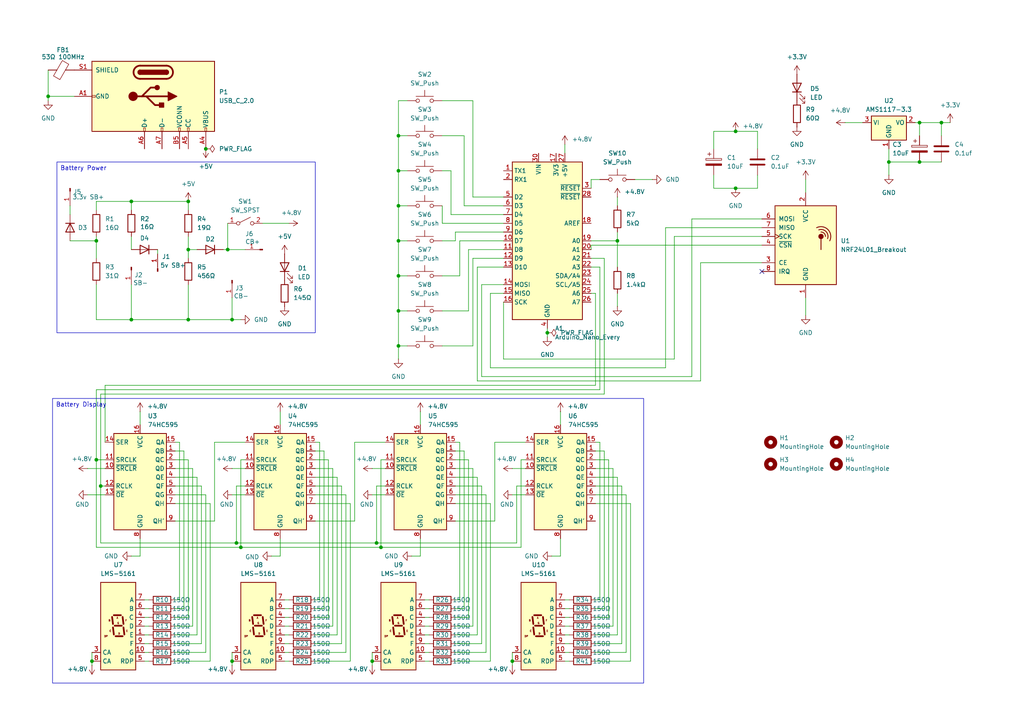
<source format=kicad_sch>
(kicad_sch (version 20231120) (generator "eeschema") (generator_version "8.0")
  (paper "A4")
  (junction (at 115.57 49.53))
  (junction (at 148.59 191.77))
  (junction (at 69.85 158.75))
  (junction (at 273.05 35.56))
  (junction (at 107.95 191.77))
  (junction (at 115.57 59.69))
  (junction (at 115.57 80.01))
  (junction (at 68.58 157.48))
  (junction (at 38.1 58.42))
  (junction (at 54.61 72.39))
  (junction (at 54.61 58.42))
  (junction (at 13.97 27.94))
  (junction (at 158.75 96.52))
  (junction (at 38.1 92.71))
  (junction (at 54.61 92.71))
  (junction (at 67.31 191.77))
  (junction (at 67.31 92.71))
  (junction (at 257.81 46.99))
  (junction (at 115.57 100.33))
  (junction (at 213.36 38.1))
  (junction (at 27.94 133.35))
  (junction (at 109.22 157.48))
  (junction (at 110.49 158.75))
  (junction (at 115.57 69.85))
  (junction (at 266.7 46.99))
  (junction (at 26.67 191.77))
  (junction (at 115.57 90.17))
  (junction (at 179.07 69.85))
  (junction (at 213.36 54.61))
  (junction (at 29.21 140.97))
  (junction (at 27.94 69.85))
  (junction (at 59.69 43.18))
  (junction (at 66.04 72.39))
  (junction (at 266.7 35.56))
  (junction (at 115.57 39.37))
  (no_connect (at 220.98 78.74))
  (wire (pts (xy 96.52 135.89) (xy 96.52 181.61)))
  (wire (pts (xy 128.27 59.69) (xy 128.27 64.77)))
  (wire (pts (xy 128.27 69.85) (xy 132.08 69.85)))
  (wire (pts (xy 137.16 57.15) (xy 146.05 57.15)))
  (wire (pts (xy 54.61 133.35) (xy 54.61 179.07)))
  (wire (pts (xy 107.95 143.51) (xy 111.76 143.51)))
  (wire (pts (xy 115.57 59.69) (xy 115.57 69.85)))
  (wire (pts (xy 124.46 186.69) (xy 123.19 186.69)))
  (wire (pts (xy 93.98 176.53) (xy 91.44 176.53)))
  (wire (pts (xy 53.34 176.53) (xy 50.8 176.53)))
  (wire (pts (xy 219.71 54.61) (xy 213.36 54.61)))
  (wire (pts (xy 26.67 191.77) (xy 26.67 193.04)))
  (wire (pts (xy 54.61 82.55) (xy 54.61 92.71)))
  (wire (pts (xy 57.15 184.15) (xy 50.8 184.15)))
  (wire (pts (xy 266.7 35.56) (xy 266.7 39.37)))
  (wire (pts (xy 139.7 186.69) (xy 132.08 186.69)))
  (wire (pts (xy 173.99 113.03) (xy 27.94 113.03)))
  (wire (pts (xy 69.85 133.35) (xy 71.12 133.35)))
  (wire (pts (xy 165.1 179.07) (xy 163.83 179.07)))
  (wire (pts (xy 165.1 189.23) (xy 163.83 189.23)))
  (wire (pts (xy 171.45 74.93) (xy 175.26 74.93)))
  (wire (pts (xy 124.46 189.23) (xy 123.19 189.23)))
  (wire (pts (xy 220.98 71.12) (xy 171.45 71.12)))
  (wire (pts (xy 52.07 173.99) (xy 50.8 173.99)))
  (wire (pts (xy 266.7 46.99) (xy 273.05 46.99)))
  (wire (pts (xy 92.71 128.27) (xy 91.44 128.27)))
  (wire (pts (xy 43.18 179.07) (xy 41.91 179.07)))
  (wire (pts (xy 102.87 128.27) (xy 111.76 128.27)))
  (wire (pts (xy 27.94 113.03) (xy 27.94 133.35)))
  (wire (pts (xy 179.07 184.15) (xy 172.72 184.15)))
  (wire (pts (xy 26.67 191.77) (xy 26.67 189.23)))
  (wire (pts (xy 149.86 140.97) (xy 152.4 140.97)))
  (wire (pts (xy 83.82 184.15) (xy 82.55 184.15)))
  (wire (pts (xy 54.61 68.58) (xy 54.61 72.39)))
  (wire (pts (xy 45.72 73.66) (xy 45.72 72.39)))
  (wire (pts (xy 40.64 119.38) (xy 40.64 123.19)))
  (wire (pts (xy 128.27 49.53) (xy 130.81 49.53)))
  (wire (pts (xy 273.05 35.56) (xy 273.05 39.37)))
  (wire (pts (xy 101.6 146.05) (xy 101.6 191.77)))
  (wire (pts (xy 138.43 138.43) (xy 138.43 184.15)))
  (wire (pts (xy 99.06 186.69) (xy 91.44 186.69)))
  (wire (pts (xy 43.18 184.15) (xy 41.91 184.15)))
  (wire (pts (xy 171.45 85.09) (xy 172.72 85.09)))
  (wire (pts (xy 162.56 161.29) (xy 162.56 156.21)))
  (wire (pts (xy 43.18 181.61) (xy 41.91 181.61)))
  (wire (pts (xy 109.22 140.97) (xy 111.76 140.97)))
  (wire (pts (xy 172.72 133.35) (xy 176.53 133.35)))
  (wire (pts (xy 118.11 29.21) (xy 115.57 29.21)))
  (wire (pts (xy 57.15 138.43) (xy 57.15 184.15)))
  (wire (pts (xy 165.1 181.61) (xy 163.83 181.61)))
  (wire (pts (xy 53.34 130.81) (xy 53.34 176.53)))
  (wire (pts (xy 62.23 151.13) (xy 62.23 128.27)))
  (wire (pts (xy 52.07 128.27) (xy 52.07 173.99)))
  (wire (pts (xy 172.72 85.09) (xy 172.72 111.76)))
  (wire (pts (xy 115.57 90.17) (xy 115.57 100.33)))
  (wire (pts (xy 233.68 86.36) (xy 233.68 91.44)))
  (wire (pts (xy 257.81 43.18) (xy 257.81 46.99)))
  (wire (pts (xy 91.44 133.35) (xy 95.25 133.35)))
  (wire (pts (xy 132.08 138.43) (xy 138.43 138.43)))
  (wire (pts (xy 124.46 191.77) (xy 123.19 191.77)))
  (wire (pts (xy 69.85 92.71) (xy 67.31 92.71)))
  (wire (pts (xy 54.61 72.39) (xy 57.15 72.39)))
  (wire (pts (xy 195.58 104.14) (xy 146.05 104.14)))
  (wire (pts (xy 55.88 181.61) (xy 50.8 181.61)))
  (wire (pts (xy 102.87 151.13) (xy 102.87 128.27)))
  (wire (pts (xy 148.59 143.51) (xy 152.4 143.51)))
  (wire (pts (xy 69.85 158.75) (xy 110.49 158.75)))
  (wire (pts (xy 92.71 128.27) (xy 92.71 173.99)))
  (wire (pts (xy 257.81 46.99) (xy 257.81 50.8)))
  (wire (pts (xy 143.51 128.27) (xy 152.4 128.27)))
  (wire (pts (xy 128.27 100.33) (xy 137.16 100.33)))
  (wire (pts (xy 50.8 133.35) (xy 54.61 133.35)))
  (wire (pts (xy 118.11 49.53) (xy 115.57 49.53)))
  (wire (pts (xy 66.04 72.39) (xy 71.12 72.39)))
  (wire (pts (xy 20.32 69.85) (xy 27.94 69.85)))
  (wire (pts (xy 78.74 161.29) (xy 81.28 161.29)))
  (wire (pts (xy 171.45 52.07) (xy 173.99 52.07)))
  (wire (pts (xy 121.92 161.29) (xy 121.92 156.21)))
  (wire (pts (xy 220.98 66.04) (xy 193.04 66.04)))
  (wire (pts (xy 137.16 181.61) (xy 132.08 181.61)))
  (wire (pts (xy 54.61 92.71) (xy 38.1 92.71)))
  (wire (pts (xy 64.77 72.39) (xy 66.04 72.39)))
  (wire (pts (xy 165.1 186.69) (xy 163.83 186.69)))
  (wire (pts (xy 83.82 191.77) (xy 82.55 191.77)))
  (wire (pts (xy 40.64 161.29) (xy 40.64 156.21)))
  (wire (pts (xy 43.18 186.69) (xy 41.91 186.69)))
  (wire (pts (xy 60.96 191.77) (xy 50.8 191.77)))
  (wire (pts (xy 172.72 111.76) (xy 30.48 111.76)))
  (wire (pts (xy 66.04 64.77) (xy 66.04 72.39)))
  (wire (pts (xy 60.96 146.05) (xy 60.96 191.77)))
  (wire (pts (xy 68.58 157.48) (xy 68.58 140.97)))
  (wire (pts (xy 99.06 140.97) (xy 99.06 186.69)))
  (wire (pts (xy 118.11 39.37) (xy 115.57 39.37)))
  (wire (pts (xy 130.81 62.23) (xy 146.05 62.23)))
  (wire (pts (xy 193.04 66.04) (xy 193.04 106.68)))
  (wire (pts (xy 110.49 133.35) (xy 111.76 133.35)))
  (wire (pts (xy 91.44 130.81) (xy 93.98 130.81)))
  (wire (pts (xy 128.27 39.37) (xy 134.62 39.37)))
  (wire (pts (xy 142.24 106.68) (xy 142.24 85.09)))
  (wire (pts (xy 171.45 54.61) (xy 171.45 52.07)))
  (wire (pts (xy 140.97 143.51) (xy 140.97 189.23)))
  (wire (pts (xy 128.27 64.77) (xy 146.05 64.77)))
  (wire (pts (xy 115.57 39.37) (xy 115.57 49.53)))
  (wire (pts (xy 81.28 161.29) (xy 81.28 156.21)))
  (wire (pts (xy 182.88 191.77) (xy 172.72 191.77)))
  (wire (pts (xy 30.48 111.76) (xy 30.48 128.27)))
  (wire (pts (xy 91.44 146.05) (xy 101.6 146.05)))
  (wire (pts (xy 177.8 181.61) (xy 172.72 181.61)))
  (wire (pts (xy 245.11 35.56) (xy 250.19 35.56)))
  (wire (pts (xy 50.8 143.51) (xy 59.69 143.51)))
  (wire (pts (xy 118.11 69.85) (xy 115.57 69.85)))
  (wire (pts (xy 207.01 38.1) (xy 213.36 38.1)))
  (wire (pts (xy 139.7 140.97) (xy 139.7 186.69)))
  (wire (pts (xy 175.26 130.81) (xy 175.26 176.53)))
  (wire (pts (xy 67.31 86.36) (xy 67.31 92.71)))
  (wire (pts (xy 27.94 69.85) (xy 27.94 74.93)))
  (wire (pts (xy 110.49 158.75) (xy 110.49 133.35)))
  (wire (pts (xy 132.08 67.31) (xy 146.05 67.31)))
  (wire (pts (xy 134.62 176.53) (xy 132.08 176.53)))
  (wire (pts (xy 160.02 161.29) (xy 162.56 161.29)))
  (wire (pts (xy 133.35 69.85) (xy 146.05 69.85)))
  (wire (pts (xy 179.07 69.85) (xy 179.07 77.47)))
  (wire (pts (xy 266.7 35.56) (xy 273.05 35.56)))
  (wire (pts (xy 124.46 173.99) (xy 123.19 173.99)))
  (wire (pts (xy 219.71 38.1) (xy 219.71 43.18)))
  (wire (pts (xy 138.43 184.15) (xy 132.08 184.15)))
  (wire (pts (xy 58.42 140.97) (xy 58.42 186.69)))
  (wire (pts (xy 179.07 57.15) (xy 179.07 59.69)))
  (wire (pts (xy 128.27 29.21) (xy 137.16 29.21)))
  (wire (pts (xy 91.44 135.89) (xy 96.52 135.89)))
  (wire (pts (xy 133.35 173.99) (xy 132.08 173.99)))
  (wire (pts (xy 165.1 184.15) (xy 163.83 184.15)))
  (wire (pts (xy 38.1 82.55) (xy 38.1 92.71)))
  (wire (pts (xy 200.66 109.22) (xy 139.7 109.22)))
  (wire (pts (xy 165.1 176.53) (xy 163.83 176.53)))
  (wire (pts (xy 132.08 69.85) (xy 132.08 67.31)))
  (wire (pts (xy 81.28 119.38) (xy 81.28 123.19)))
  (wire (pts (xy 179.07 138.43) (xy 179.07 184.15)))
  (wire (pts (xy 257.81 46.99) (xy 266.7 46.99)))
  (wire (pts (xy 109.22 140.97) (xy 109.22 157.48)))
  (wire (pts (xy 50.8 135.89) (xy 55.88 135.89)))
  (wire (pts (xy 29.21 114.3) (xy 29.21 140.97)))
  (wire (pts (xy 176.53 133.35) (xy 176.53 179.07)))
  (wire (pts (xy 38.1 58.42) (xy 54.61 58.42)))
  (wire (pts (xy 180.34 140.97) (xy 180.34 186.69)))
  (wire (pts (xy 173.99 128.27) (xy 173.99 173.99)))
  (wire (pts (xy 175.26 74.93) (xy 175.26 114.3)))
  (wire (pts (xy 207.01 50.8) (xy 207.01 54.61)))
  (wire (pts (xy 140.97 189.23) (xy 132.08 189.23)))
  (wire (pts (xy 135.89 72.39) (xy 146.05 72.39)))
  (wire (pts (xy 38.1 161.29) (xy 40.64 161.29)))
  (wire (pts (xy 135.89 179.07) (xy 132.08 179.07)))
  (wire (pts (xy 265.43 35.56) (xy 266.7 35.56)))
  (wire (pts (xy 162.56 119.38) (xy 162.56 123.19)))
  (wire (pts (xy 119.38 161.29) (xy 121.92 161.29)))
  (wire (pts (xy 135.89 90.17) (xy 135.89 72.39)))
  (wire (pts (xy 134.62 59.69) (xy 146.05 59.69)))
  (wire (pts (xy 115.57 80.01) (xy 115.57 90.17)))
  (wire (pts (xy 219.71 50.8) (xy 219.71 54.61)))
  (wire (pts (xy 115.57 29.21) (xy 115.57 39.37)))
  (wire (pts (xy 43.18 191.77) (xy 41.91 191.77)))
  (wire (pts (xy 67.31 191.77) (xy 67.31 193.04)))
  (wire (pts (xy 38.1 60.96) (xy 38.1 58.42)))
  (wire (pts (xy 143.51 151.13) (xy 143.51 128.27)))
  (wire (pts (xy 50.8 146.05) (xy 60.96 146.05)))
  (wire (pts (xy 132.08 143.51) (xy 140.97 143.51)))
  (wire (pts (xy 181.61 143.51) (xy 181.61 189.23)))
  (wire (pts (xy 200.66 63.5) (xy 200.66 109.22)))
  (wire (pts (xy 50.8 130.81) (xy 53.34 130.81)))
  (wire (pts (xy 27.94 68.58) (xy 27.94 69.85)))
  (wire (pts (xy 177.8 135.89) (xy 177.8 181.61)))
  (wire (pts (xy 193.04 106.68) (xy 142.24 106.68)))
  (wire (pts (xy 175.26 176.53) (xy 172.72 176.53)))
  (wire (pts (xy 133.35 128.27) (xy 132.08 128.27)))
  (wire (pts (xy 163.83 41.91) (xy 163.83 44.45)))
  (wire (pts (xy 124.46 181.61) (xy 123.19 181.61)))
  (wire (pts (xy 29.21 140.97) (xy 29.21 157.48)))
  (wire (pts (xy 133.35 128.27) (xy 133.35 173.99)))
  (wire (pts (xy 220.98 76.2) (xy 203.2 76.2)))
  (wire (pts (xy 132.08 133.35) (xy 135.89 133.35)))
  (wire (pts (xy 52.07 128.27) (xy 50.8 128.27)))
  (wire (pts (xy 95.25 133.35) (xy 95.25 179.07)))
  (wire (pts (xy 121.92 119.38) (xy 121.92 123.19)))
  (wire (pts (xy 27.94 133.35) (xy 27.94 158.75)))
  (wire (pts (xy 158.75 96.52) (xy 158.75 95.25)))
  (wire (pts (xy 273.05 35.56) (xy 275.59 35.56)))
  (wire (pts (xy 58.42 186.69) (xy 50.8 186.69)))
  (wire (pts (xy 13.97 29.21) (xy 13.97 27.94)))
  (wire (pts (xy 50.8 140.97) (xy 58.42 140.97)))
  (wire (pts (xy 148.59 135.89) (xy 152.4 135.89)))
  (wire (pts (xy 93.98 130.81) (xy 93.98 176.53)))
  (wire (pts (xy 13.97 27.94) (xy 21.59 27.94)))
  (wire (pts (xy 130.81 49.53) (xy 130.81 62.23)))
  (wire (pts (xy 137.16 29.21) (xy 137.16 57.15)))
  (wire (pts (xy 83.82 179.07) (xy 82.55 179.07)))
  (wire (pts (xy 165.1 191.77) (xy 163.83 191.77)))
  (wire (pts (xy 139.7 82.55) (xy 146.05 82.55)))
  (wire (pts (xy 13.97 20.32) (xy 13.97 27.94)))
  (wire (pts (xy 172.72 146.05) (xy 182.88 146.05)))
  (wire (pts (xy 172.72 130.81) (xy 175.26 130.81)))
  (wire (pts (xy 171.45 69.85) (xy 179.07 69.85)))
  (wire (pts (xy 54.61 72.39) (xy 54.61 74.93)))
  (wire (pts (xy 69.85 158.75) (xy 69.85 133.35)))
  (wire (pts (xy 207.01 43.18) (xy 207.01 38.1)))
  (wire (pts (xy 27.94 158.75) (xy 69.85 158.75)))
  (wire (pts (xy 92.71 173.99) (xy 91.44 173.99)))
  (wire (pts (xy 184.15 52.07) (xy 189.23 52.07)))
  (wire (pts (xy 27.94 82.55) (xy 27.94 92.71)))
  (wire (pts (xy 91.44 140.97) (xy 99.06 140.97)))
  (wire (pts (xy 25.4 135.89) (xy 30.48 135.89)))
  (wire (pts (xy 134.62 130.81) (xy 134.62 176.53)))
  (wire (pts (xy 97.79 184.15) (xy 91.44 184.15)))
  (wire (pts (xy 43.18 176.53) (xy 41.91 176.53)))
  (wire (pts (xy 213.36 38.1) (xy 219.71 38.1)))
  (wire (pts (xy 83.82 181.61) (xy 82.55 181.61)))
  (wire (pts (xy 173.99 173.99) (xy 172.72 173.99)))
  (wire (pts (xy 165.1 173.99) (xy 163.83 173.99)))
  (wire (pts (xy 91.44 151.13) (xy 102.87 151.13)))
  (wire (pts (xy 27.94 58.42) (xy 38.1 58.42)))
  (wire (pts (xy 128.27 90.17) (xy 135.89 90.17)))
  (wire (pts (xy 172.72 143.51) (xy 181.61 143.51)))
  (wire (pts (xy 134.62 39.37) (xy 134.62 59.69)))
  (wire (pts (xy 83.82 186.69) (xy 82.55 186.69)))
  (wire (pts (xy 59.69 143.51) (xy 59.69 189.23)))
  (wire (pts (xy 50.8 151.13) (xy 62.23 151.13)))
  (wire (pts (xy 107.95 193.04) (xy 107.95 191.77)))
  (wire (pts (xy 96.52 181.61) (xy 91.44 181.61)))
  (wire (pts (xy 171.45 77.47) (xy 173.99 77.47)))
  (wire (pts (xy 132.08 130.81) (xy 134.62 130.81)))
  (wire (pts (xy 25.4 143.51) (xy 30.48 143.51)))
  (wire (pts (xy 203.2 110.49) (xy 138.43 110.49)))
  (wire (pts (xy 173.99 128.27) (xy 172.72 128.27)))
  (wire (pts (xy 132.08 146.05) (xy 142.24 146.05)))
  (wire (pts (xy 29.21 157.48) (xy 68.58 157.48)))
  (wire (pts (xy 124.46 176.53) (xy 123.19 176.53)))
  (wire (pts (xy 62.23 128.27) (xy 71.12 128.27)))
  (wire (pts (xy 43.18 189.23) (xy 41.91 189.23)))
  (wire (pts (xy 220.98 68.58) (xy 195.58 68.58)))
  (wire (pts (xy 38.1 72.39) (xy 38.1 68.58)))
  (wire (pts (xy 220.98 63.5) (xy 200.66 63.5)))
  (wire (pts (xy 135.89 133.35) (xy 135.89 179.07)))
  (wire (pts (xy 43.18 173.99) (xy 41.91 173.99)))
  (wire (pts (xy 115.57 69.85) (xy 115.57 80.01)))
  (wire (pts (xy 59.69 189.23) (xy 50.8 189.23)))
  (wire (pts (xy 148.59 189.23) (xy 148.59 191.77)))
  (wire (pts (xy 101.6 191.77) (xy 91.44 191.77)))
  (wire (pts (xy 118.11 90.17) (xy 115.57 90.17)))
  (wire (pts (xy 118.11 59.69) (xy 115.57 59.69)))
  (wire (pts (xy 172.72 140.97) (xy 180.34 140.97)))
  (wire (pts (xy 115.57 104.14) (xy 115.57 100.33)))
  (wire (pts (xy 124.46 179.07) (xy 123.19 179.07)))
  (wire (pts (xy 27.94 58.42) (xy 27.94 60.96)))
  (wire (pts (xy 54.61 58.42) (xy 54.61 60.96)))
  (wire (pts (xy 67.31 92.71) (xy 54.61 92.71)))
  (wire (pts (xy 55.88 135.89) (xy 55.88 181.61)))
  (wire (pts (xy 158.75 97.79) (xy 158.75 96.52)))
  (wire (pts (xy 68.58 140.97) (xy 71.12 140.97)))
  (wire (pts (xy 124.46 184.15) (xy 123.19 184.15)))
  (wire (pts (xy 149.86 157.48) (xy 109.22 157.48)))
  (wire (pts (xy 195.58 68.58) (xy 195.58 104.14)))
  (wire (pts (xy 20.32 59.69) (xy 20.32 62.23)))
  (wire (pts (xy 181.61 189.23) (xy 172.72 189.23)))
  (wire (pts (xy 54.61 179.07) (xy 50.8 179.07)))
  (wire (pts (xy 137.16 100.33) (xy 137.16 74.93)))
  (wire (pts (xy 233.68 52.07) (xy 233.68 55.88)))
  (wire (pts (xy 137.16 74.93) (xy 146.05 74.93)))
  (wire (pts (xy 142.24 85.09) (xy 146.05 85.09)))
  (wire (pts (xy 67.31 135.89) (xy 71.12 135.89)))
  (wire (pts (xy 132.08 140.97) (xy 139.7 140.97)))
  (wire (pts (xy 151.13 158.75) (xy 151.13 133.35)))
  (wire (pts (xy 146.05 104.14) (xy 146.05 87.63)))
  (wire (pts (xy 95.25 179.07) (xy 91.44 179.07)))
  (wire (pts (xy 107.95 135.89) (xy 111.76 135.89)))
  (wire (pts (xy 138.43 110.49) (xy 138.43 77.47)))
  (wire (pts (xy 139.7 109.22) (xy 139.7 82.55)))
  (wire (pts (xy 67.31 191.77) (xy 67.31 189.23)))
  (wire (pts (xy 83.82 176.53) (xy 82.55 176.53)))
  (wire (pts (xy 91.44 143.51) (xy 100.33 143.51)))
  (wire (pts (xy 83.82 189.23) (xy 82.55 189.23)))
  (wire (pts (xy 83.82 173.99) (xy 82.55 173.99)))
  (wire (pts (xy 149.86 157.48) (xy 149.86 140.97)))
  (wire (pts (xy 137.16 135.89) (xy 137.16 181.61)))
  (wire (pts (xy 128.27 80.01) (xy 133.35 80.01)))
  (wire (pts (xy 100.33 189.23) (xy 91.44 189.23)))
  (wire (pts (xy 171.45 71.12) (xy 171.45 72.39)))
  (wire (pts (xy 175.26 114.3) (xy 29.21 114.3)))
  (wire (pts (xy 172.72 135.89) (xy 177.8 135.89)))
  (wire (pts (xy 133.35 80.01) (xy 133.35 69.85)))
  (wire (pts (xy 173.99 77.47) (xy 173.99 113.03)))
  (wire (pts (xy 138.43 77.47) (xy 146.05 77.47)))
  (wire (pts (xy 180.34 186.69) (xy 172.72 186.69)))
  (wire (pts (xy 182.88 146.05) (xy 182.88 191.77)))
  (wire (pts (xy 172.72 138.43) (xy 179.07 138.43)))
  (wire (pts (xy 50.8 138.43) (xy 57.15 138.43)))
  (wire (pts (xy 179.07 67.31) (xy 179.07 69.85)))
  (wire (pts (xy 38.1 92.71) (xy 27.94 92.71)))
  (wire (pts (xy 91.44 138.43) (xy 97.79 138.43)))
  (wire (pts (xy 132.08 151.13) (xy 143.51 151.13)))
  (wire (pts (xy 118.11 80.01) (xy 115.57 80.01)))
  (wire (pts (xy 132.08 135.89) (xy 137.16 135.89)))
  (wire (pts (xy 110.49 158.75) (xy 151.13 158.75)))
  (wire (pts (xy 148.59 193.04) (xy 148.59 191.77)))
  (wire (pts (xy 97.79 138.43) (xy 97.79 184.15)))
  (wire (pts (xy 207.01 54.61) (xy 213.36 54.61)))
  (wire (pts (xy 142.24 146.05) (xy 142.24 191.77)))
  (wire (pts (xy 115.57 49.53) (xy 115.57 59.69)))
  (wire (pts (xy 179.07 85.09) (xy 179.07 88.9)))
  (wire (pts (xy 115.57 100.33) (xy 118.11 100.33)))
  (wire (pts (xy 142.24 191.77) (xy 132.08 191.77)))
  (wire (pts (xy 107.95 189.23) (xy 107.95 191.77)))
  (wire (pts (xy 30.48 133.35) (xy 27.94 133.35)))
  (wire (pts (xy 100.33 143.51) (xy 100.33 189.23)))
  (wire (pts (xy 203.2 76.2) (xy 203.2 110.49)))
  (wire (pts (xy 76.2 64.77) (xy 83.82 64.77)))
  (wire (pts (xy 151.13 133.35) (xy 152.4 133.35)))
  (wire (pts (xy 67.31 143.51) (xy 71.12 143.51)))
  (wire (pts (xy 68.58 157.48) (xy 109.22 157.48)))
  (wire (pts (xy 30.48 140.97) (xy 29.21 140.97)))
  (wire (pts (xy 176.53 179.07) (xy 172.72 179.07)))
  (text_box "Battery Display" (at 15.24 115.57 0) (size 171.45 82.55) (effects (font (size 1.27 1.27)) (justify left top)))
  (text_box "Battery Power" (at 16.51 46.99 0) (size 74.93 49.53) (effects (font (size 1.27 1.27)) (justify left top)))
  (symbol (lib_id "Device:R") (at 46.99 179.07 90) (unit 1)
    (property "Reference" "R12" (at 46.99 179.07 90))
    (property "Value" "150Ω" (at 52.578 179.07 90))
    (property "Footprint" "Resistor_THT:R_Axial_DIN0207_L6.3mm_D2.5mm_P10.16mm_Horizontal" (effects (hide yes)))
    (property "Description" "Resistor" (effects (hide yes)))
  )
  (symbol (lib_id "power:+5V") (at 67.31 193.04 180) (unit 1)
    (property "Reference" "#PWR039" (effects (hide yes)))
    (property "Value" "+4.8V" (at 66.04 194.056 0) (effects (justify left)))
    (property "Description" "Power symbol creates a global label with name \"+5V\"" (effects (hide yes)))
  )
  (symbol (lib_id "Switch:SW_Push") (at 123.19 90.17 0) (unit 1)
    (property "Reference" "SW8" (at 123.19 82.55 0))
    (property "Value" "SW_Push" (at 123.19 85.09 0))
    (property "Footprint" "Button_Switch_THT:SW_PUSH_Singular_6mm" (effects (hide yes)))
    (property "Description" "Push button switch, generic, two pins" (effects (hide yes)))
  )
  (symbol (lib_id "Device:R") (at 168.91 181.61 90) (unit 1)
    (property "Reference" "R37" (at 168.91 181.61 90))
    (property "Value" "150Ω" (at 174.498 181.61 90))
    (property "Footprint" "Resistor_THT:R_Axial_DIN0207_L6.3mm_D2.5mm_P10.16mm_Horizontal" (effects (hide yes)))
    (property "Description" "Resistor" (effects (hide yes)))
  )
  (symbol (lib_id "Switch:SW_Push") (at 123.19 80.01 0) (unit 1)
    (property "Reference" "SW7" (at 123.19 72.39 0))
    (property "Value" "SW_Push" (at 123.19 74.93 0))
    (property "Footprint" "Button_Switch_THT:SW_PUSH_Singular_6mm" (effects (hide yes)))
    (property "Description" "Push button switch, generic, two pins" (effects (hide yes)))
  )
  (symbol (lib_id "power:+5V") (at 179.07 57.15 0) (unit 1)
    (property "Reference" "#PWR010" (effects (hide yes)))
    (property "Value" "+4.8V" (at 181.102 55.626 0) (effects (justify left)))
    (property "Description" "Power symbol creates a global label with name \"+5V\"" (effects (hide yes)))
  )
  (symbol (lib_id "power:GND") (at 13.97 29.21 0) (unit 1)
    (property "Reference" "#PWR05" (effects (hide yes)))
    (property "Value" "GND" (at 13.97 34.29 0))
    (property "Description" "Power symbol creates a global label with name \"GND\" , ground" (effects (hide yes)))
  )
  (symbol (lib_id "Device:R") (at 87.63 186.69 90) (unit 1)
    (property "Reference" "R23" (at 87.63 186.69 90))
    (property "Value" "150Ω" (at 93.218 186.69 90))
    (property "Footprint" "Resistor_THT:R_Axial_DIN0207_L6.3mm_D2.5mm_P10.16mm_Horizontal" (effects (hide yes)))
    (property "Description" "Resistor" (effects (hide yes)))
  )
  (symbol (lib_id "power:+5V") (at 148.59 193.04 180) (unit 1)
    (property "Reference" "#PWR041" (effects (hide yes)))
    (property "Value" "+4.8V" (at 147.32 194.056 0) (effects (justify left)))
    (property "Description" "Power symbol creates a global label with name \"+5V\"" (effects (hide yes)))
  )
  (symbol (lib_id "Device:R") (at 54.61 64.77 0) (unit 1)
    (property "Reference" "R4" (at 57.15 63.4999 0) (effects (justify left)))
    (property "Value" "19Ω" (at 57.15 66.0399 0) (effects (justify left)))
    (property "Footprint" "Resistor_THT:R_Axial_DIN0207_L6.3mm_D2.5mm_P10.16mm_Horizontal" (effects (hide yes)))
    (property "Description" "Resistor" (effects (hide yes)))
  )
  (symbol (lib_id "Device:R") (at 87.63 173.99 90) (unit 1)
    (property "Reference" "R18" (at 87.63 173.99 90))
    (property "Value" "150Ω" (at 93.218 173.99 90))
    (property "Footprint" "Resistor_THT:R_Axial_DIN0207_L6.3mm_D2.5mm_P10.16mm_Horizontal" (effects (hide yes)))
    (property "Description" "Resistor" (effects (hide yes)))
  )
  (symbol (lib_id "Display_Character:LMS-5161") (at 34.29 181.61 0) (mirror y) (unit 1)
    (property "Reference" "U7" (at 34.29 163.83 0))
    (property "Value" "LMS-5161" (at 34.29 166.37 0))
    (property "Footprint" "Display_7Segment:LMS-5161" (effects (hide yes)))
    (property "Datasheet" "https://www.electronicoscaldas.com/datasheet/5161_Series_7-Segment-LED-Displays.pdf" (effects (hide yes)))
    (property "Description" "Single digit 7 segment display, red, common anode" (effects (hide yes)))
  )
  (symbol (lib_id "power:GND") (at 213.36 54.61 0) (unit 1)
    (property "Reference" "#PWR015" (effects (hide yes)))
    (property "Value" "GND" (at 213.36 59.69 0))
    (property "Description" "Power symbol creates a global label with name \"GND\" , ground" (effects (hide yes)))
  )
  (symbol (lib_id "Device:R") (at 128.27 184.15 90) (unit 1)
    (property "Reference" "R30" (at 128.27 184.15 90))
    (property "Value" "150Ω" (at 133.858 184.15 90))
    (property "Footprint" "Resistor_THT:R_Axial_DIN0207_L6.3mm_D2.5mm_P10.16mm_Horizontal" (effects (hide yes)))
    (property "Description" "Resistor" (effects (hide yes)))
  )
  (symbol (lib_id "Switch:SW_Push") (at 123.19 49.53 0) (unit 1)
    (property "Reference" "SW4" (at 123.19 41.91 0))
    (property "Value" "SW_Push" (at 123.19 44.45 0))
    (property "Footprint" "Button_Switch_THT:SW_PUSH_Singular_6mm" (effects (hide yes)))
    (property "Description" "Push button switch, generic, two pins" (effects (hide yes)))
  )
  (symbol (lib_id "Device:R") (at 128.27 181.61 90) (unit 1)
    (property "Reference" "R29" (at 128.27 181.61 90))
    (property "Value" "150Ω" (at 133.858 181.61 90))
    (property "Footprint" "Resistor_THT:R_Axial_DIN0207_L6.3mm_D2.5mm_P10.16mm_Horizontal" (effects (hide yes)))
    (property "Description" "Resistor" (effects (hide yes)))
  )
  (symbol (lib_id "Device:R") (at 38.1 64.77 0) (unit 1)
    (property "Reference" "R2" (at 40.64 63.4999 0) (effects (justify left)))
    (property "Value" "16Ω" (at 40.64 65.786 0) (effects (justify left)))
    (property "Footprint" "Resistor_THT:R_Axial_DIN0207_L6.3mm_D2.5mm_P10.16mm_Horizontal" (effects (hide yes)))
    (property "Description" "Resistor" (effects (hide yes)))
  )
  (symbol (lib_id "Device:R") (at 168.91 176.53 90) (unit 1)
    (property "Reference" "R35" (at 168.91 176.53 90))
    (property "Value" "150Ω" (at 174.498 176.53 90))
    (property "Footprint" "Resistor_THT:R_Axial_DIN0207_L6.3mm_D2.5mm_P10.16mm_Horizontal" (effects (hide yes)))
    (property "Description" "Resistor" (effects (hide yes)))
  )
  (symbol (lib_id "Device:C_Polarized") (at 266.7 43.18 0) (unit 1)
    (property "Reference" "C3" (at 258.826 41.91 0) (effects (justify left)))
    (property "Value" "10uF" (at 258.826 44.45 0) (effects (justify left)))
    (property "Footprint" "Capacitor_THT:CP_Radial_D5.0mm_P2.00mm" (effects (hide yes)))
    (property "Description" "Polarized capacitor" (effects (hide yes)))
  )
  (symbol (lib_id "Device:R") (at 168.91 186.69 90) (unit 1)
    (property "Reference" "R39" (at 168.91 186.69 90))
    (property "Value" "150Ω" (at 174.498 186.69 90))
    (property "Footprint" "Resistor_THT:R_Axial_DIN0207_L6.3mm_D2.5mm_P10.16mm_Horizontal" (effects (hide yes)))
    (property "Description" "Resistor" (effects (hide yes)))
  )
  (symbol (lib_id "power:GND") (at 69.85 92.71 90) (unit 1)
    (property "Reference" "#PWR02" (effects (hide yes)))
    (property "Value" "GND" (at 73.66 92.7099 90) (effects (justify right)))
    (property "Description" "Power symbol creates a global label with name \"GND\" , ground" (effects (hide yes)))
  )
  (symbol (lib_id "74xx:74HC595") (at 81.28 138.43 0) (unit 1)
    (property "Reference" "U4" (at 83.4741 120.65 0) (effects (justify left)))
    (property "Value" "74HC595" (at 83.4741 123.19 0) (effects (justify left)))
    (property "Footprint" "Package_DIP:DIP-16_W7.62mm_Socket" (effects (hide yes)))
    (property "Datasheet" "http://www.ti.com/lit/ds/symlink/sn74hc595.pdf" (effects (hide yes)))
    (property "Description" "8-bit serial in/out Shift Register 3-State Outputs" (effects (hide yes)))
  )
  (symbol (lib_id "Mechanical:MountingHole") (at 223.52 134.62 0) (unit 1) (exclude_from_sim yes) (in_bom no)
    (property "Reference" "H3" (at 226.06 133.3499 0) (effects (justify left)))
    (property "Value" "MountingHole" (at 226.06 135.8899 0) (effects (justify left)))
    (property "Footprint" "MountingHole:MountingHole_4.3mm_M4" (effects (hide yes)))
    (property "Description" "Mounting Hole without connection" (effects (hide yes)))
  )
  (symbol (lib_id "Mechanical:MountingHole") (at 242.57 134.62 0) (unit 1) (exclude_from_sim yes) (in_bom no)
    (property "Reference" "H4" (at 245.11 133.3499 0) (effects (justify left)))
    (property "Value" "MountingHole" (at 245.11 135.8899 0) (effects (justify left)))
    (property "Footprint" "MountingHole:MountingHole_4.3mm_M4" (effects (hide yes)))
    (property "Description" "Mounting Hole without connection" (effects (hide yes)))
  )
  (symbol (lib_id "Device:R") (at 128.27 186.69 90) (unit 1)
    (property "Reference" "R31" (at 128.27 186.69 90))
    (property "Value" "150Ω" (at 133.858 186.69 90))
    (property "Footprint" "Resistor_THT:R_Axial_DIN0207_L6.3mm_D2.5mm_P10.16mm_Horizontal" (effects (hide yes)))
    (property "Description" "Resistor" (effects (hide yes)))
  )
  (symbol (lib_id "power:+5V") (at 162.56 119.38 0) (unit 1)
    (property "Reference" "#PWR036" (effects (hide yes)))
    (property "Value" "+4.8V" (at 164.592 117.856 0) (effects (justify left)))
    (property "Description" "Power symbol creates a global label with name \"+5V\"" (effects (hide yes)))
  )
  (symbol (lib_id "Device:R") (at 128.27 176.53 90) (unit 1)
    (property "Reference" "R27" (at 128.27 176.53 90))
    (property "Value" "150Ω" (at 133.858 176.53 90))
    (property "Footprint" "Resistor_THT:R_Axial_DIN0207_L6.3mm_D2.5mm_P10.16mm_Horizontal" (effects (hide yes)))
    (property "Description" "Resistor" (effects (hide yes)))
  )
  (symbol (lib_id "Display_Character:LMS-5161") (at 156.21 181.61 0) (mirror y) (unit 1)
    (property "Reference" "U10" (at 156.21 163.83 0))
    (property "Value" "LMS-5161" (at 156.21 166.37 0))
    (property "Footprint" "Display_7Segment:LMS-5161" (effects (hide yes)))
    (property "Datasheet" "https://www.electronicoscaldas.com/datasheet/5161_Series_7-Segment-LED-Displays.pdf" (effects (hide yes)))
    (property "Description" "Single digit 7 segment display, red, common anode" (effects (hide yes)))
  )
  (symbol (lib_id "power:GND") (at 25.4 143.51 270) (unit 1)
    (property "Reference" "#PWR026" (effects (hide yes)))
    (property "Value" "GND" (at 25.908 146.304 90) (effects (justify right)))
    (property "Description" "Power symbol creates a global label with name \"GND\" , ground" (effects (hide yes)))
  )
  (symbol (lib_id "Device:R") (at 168.91 189.23 90) (unit 1)
    (property "Reference" "R40" (at 168.91 189.23 90))
    (property "Value" "150Ω" (at 174.498 189.23 90))
    (property "Footprint" "Resistor_THT:R_Axial_DIN0207_L6.3mm_D2.5mm_P10.16mm_Horizontal" (effects (hide yes)))
    (property "Description" "Resistor" (effects (hide yes)))
  )
  (symbol (lib_id "Device:R") (at 128.27 173.99 90) (unit 1)
    (property "Reference" "R26" (at 128.27 173.99 90))
    (property "Value" "150Ω" (at 133.858 173.99 90))
    (property "Footprint" "Resistor_THT:R_Axial_DIN0207_L6.3mm_D2.5mm_P10.16mm_Horizontal" (effects (hide yes)))
    (property "Description" "Resistor" (effects (hide yes)))
  )
  (symbol (lib_id "Display_Character:LMS-5161") (at 115.57 181.61 0) (mirror y) (unit 1)
    (property "Reference" "U9" (at 115.57 163.83 0))
    (property "Value" "LMS-5161" (at 115.57 166.37 0))
    (property "Footprint" "Display_7Segment:LMS-5161" (effects (hide yes)))
    (property "Datasheet" "https://www.electronicoscaldas.com/datasheet/5161_Series_7-Segment-LED-Displays.pdf" (effects (hide yes)))
    (property "Description" "Single digit 7 segment display, red, common anode" (effects (hide yes)))
  )
  (symbol (lib_id "Device:LED") (at 82.55 77.47 90) (unit 1)
    (property "Reference" "D1" (at 86.36 77.7874 90) (effects (justify right)))
    (property "Value" "LED" (at 86.36 80.3274 90) (effects (justify right)))
    (property "Footprint" "Diode_THT:D_A-405_P2.54mm_Vertical_AnodeUp" (effects (hide yes)))
    (property "Description" "Light emitting diode" (effects (hide yes)))
  )
  (symbol (lib_id "Device:C") (at 273.05 43.18 0) (unit 1)
    (property "Reference" "C4" (at 276.86 41.9099 0) (effects (justify left)))
    (property "Value" "0.1uf" (at 276.86 44.4499 0) (effects (justify left)))
    (property "Footprint" "Capacitor_THT:C_Rect_L7.2mm_W2.5mm_P5.00mm_FKS2_FKP2_MKS2_MKP2" (effects (hide yes)))
    (property "Description" "Unpolarized capacitor" (effects (hide yes)))
  )
  (symbol (lib_id "power:+5V") (at 59.69 43.18 180) (unit 1)
    (property "Reference" "#PWR03" (effects (hide yes)))
    (property "Value" "+5V" (at 59.69 48.26 0))
    (property "Description" "Power symbol creates a global label with name \"+5V\"" (effects (hide yes)))
  )
  (symbol (lib_id "power:+5V") (at 83.82 64.77 270) (unit 1)
    (property "Reference" "#PWR01" (effects (hide yes)))
    (property "Value" "+4.8V" (at 81.534 61.722 90) (effects (justify left)))
    (property "Description" "Power symbol creates a global label with name \"+5V\"" (effects (hide yes)))
  )
  (symbol (lib_id "Device:R") (at 46.99 173.99 90) (unit 1)
    (property "Reference" "R10" (at 46.99 173.99 90))
    (property "Value" "150Ω" (at 52.578 173.99 90))
    (property "Footprint" "Resistor_THT:R_Axial_DIN0207_L6.3mm_D2.5mm_P10.16mm_Horizontal" (effects (hide yes)))
    (property "Description" "Resistor" (effects (hide yes)))
  )
  (symbol (lib_id "power:GND") (at 115.57 104.14 0) (unit 1)
    (property "Reference" "#PWR021" (effects (hide yes)))
    (property "Value" "GND" (at 115.57 109.22 0))
    (property "Description" "Power symbol creates a global label with name \"GND\" , ground" (effects (hide yes)))
  )
  (symbol (lib_id "Switch:SW_Push") (at 123.19 39.37 0) (unit 1)
    (property "Reference" "SW3" (at 123.19 31.75 0))
    (property "Value" "SW_Push" (at 123.19 34.29 0))
    (property "Footprint" "Button_Switch_THT:SW_PUSH_Singular_6mm" (effects (hide yes)))
    (property "Description" "Push button switch, generic, two pins" (effects (hide yes)))
  )
  (symbol (lib_id "power:+5V") (at 107.95 193.04 180) (unit 1)
    (property "Reference" "#PWR040" (effects (hide yes)))
    (property "Value" "+4.8V" (at 106.68 194.056 0) (effects (justify left)))
    (property "Description" "Power symbol creates a global label with name \"+5V\"" (effects (hide yes)))
  )
  (symbol (lib_id "power:+5V") (at 67.31 135.89 90) (unit 1)
    (property "Reference" "#PWR029" (effects (hide yes)))
    (property "Value" "+4.8V" (at 68.58 133.096 90) (effects (justify left)))
    (property "Description" "Power symbol creates a global label with name \"+5V\"" (effects (hide yes)))
  )
  (symbol (lib_id "power:+5V") (at 82.55 73.66 0) (unit 1)
    (property "Reference" "#PWR06" (effects (hide yes)))
    (property "Value" "+5V" (at 82.55 68.58 0))
    (property "Description" "Power symbol creates a global label with name \"+5V\"" (effects (hide yes)))
  )
  (symbol (lib_id "Connector:USB_C_Plug_USB2.0") (at 44.45 27.94 270) (unit 1)
    (property "Reference" "P1" (at 63.5 26.6699 90) (effects (justify left)))
    (property "Value" "USB_C_2.0" (at 63.5 29.2099 90) (effects (justify left)))
    (property "Footprint" "Connector_USB:USB_C_Receptacle_GCT_USB4125-xx-x_6P_TopMnt_Horizontal" (effects (hide yes)))
    (property "Datasheet" "https://www.usb.org/sites/default/files/documents/usb_type-c.zip" (effects (hide yes)))
    (property "Description" "USB 2.0-only Type-C Plug connector" (effects (hide yes)))
  )
  (symbol (lib_id "Device:R") (at 168.91 184.15 90) (unit 1)
    (property "Reference" "R38" (at 168.91 184.15 90))
    (property "Value" "150Ω" (at 174.498 184.15 90))
    (property "Footprint" "Resistor_THT:R_Axial_DIN0207_L6.3mm_D2.5mm_P10.16mm_Horizontal" (effects (hide yes)))
    (property "Description" "Resistor" (effects (hide yes)))
  )
  (symbol (lib_id "Device:R") (at 168.91 191.77 90) (unit 1)
    (property "Reference" "R41" (at 168.91 191.77 90))
    (property "Value" "150Ω" (at 174.498 191.77 90))
    (property "Footprint" "Resistor_THT:R_Axial_DIN0207_L6.3mm_D2.5mm_P10.16mm_Horizontal" (effects (hide yes)))
    (property "Description" "Resistor" (effects (hide yes)))
  )
  (symbol (lib_id "Switch:SW_Push") (at 123.19 100.33 0) (unit 1)
    (property "Reference" "SW9" (at 123.19 92.71 0))
    (property "Value" "SW_Push" (at 123.19 95.25 0))
    (property "Footprint" "Button_Switch_THT:SW_PUSH_Singular_6mm" (effects (hide yes)))
    (property "Description" "Push button switch, generic, two pins" (effects (hide yes)))
  )
  (symbol (lib_id "Device:C_Polarized") (at 207.01 46.99 0) (unit 1)
    (property "Reference" "C1" (at 210.82 45.72 0) (effects (justify left)))
    (property "Value" "10uF" (at 210.82 48.26 0) (effects (justify left)))
    (property "Footprint" "Capacitor_THT:CP_Radial_D5.0mm_P2.00mm" (effects (hide yes)))
    (property "Description" "Polarized capacitor" (effects (hide yes)))
  )
  (symbol (lib_id "Device:R") (at 46.99 181.61 90) (unit 1)
    (property "Reference" "R13" (at 46.99 181.61 90))
    (property "Value" "150Ω" (at 52.578 181.61 90))
    (property "Footprint" "Resistor_THT:R_Axial_DIN0207_L6.3mm_D2.5mm_P10.16mm_Horizontal" (effects (hide yes)))
    (property "Description" "Resistor" (effects (hide yes)))
  )
  (symbol (lib_id "Device:R") (at 27.94 78.74 0) (unit 1)
    (property "Reference" "R3" (at 30.48 77.4699 0) (effects (justify left)))
    (property "Value" "31Ω" (at 30.48 80.0099 0) (effects (justify left)))
    (property "Footprint" "Resistor_THT:R_Axial_DIN0207_L6.3mm_D2.5mm_P10.16mm_Horizontal" (effects (hide yes)))
    (property "Description" "Resistor" (effects (hide yes)))
  )
  (symbol (lib_id "power:+5V") (at 121.92 119.38 0) (unit 1)
    (property "Reference" "#PWR032" (effects (hide yes)))
    (property "Value" "+4.8V" (at 123.952 117.856 0) (effects (justify left)))
    (property "Description" "Power symbol creates a global label with name \"+5V\"" (effects (hide yes)))
  )
  (symbol (lib_id "power:GND") (at 107.95 143.51 270) (unit 1)
    (property "Reference" "#PWR031" (effects (hide yes)))
    (property "Value" "GND" (at 108.458 146.304 90) (effects (justify right)))
    (property "Description" "Power symbol creates a global label with name \"GND\" , ground" (effects (hide yes)))
  )
  (symbol (lib_id "power:GND") (at 82.55 88.9 0) (unit 1)
    (property "Reference" "#PWR07" (effects (hide yes)))
    (property "Value" "GND" (at 82.55 93.98 0))
    (property "Description" "Power symbol creates a global label with name \"GND\" , ground" (effects (hide yes)))
  )
  (symbol (lib_id "Switch:SW_SPST") (at 71.12 64.77 0) (unit 1)
    (property "Reference" "SW1" (at 71.12 58.42 0))
    (property "Value" "SW_SPST" (at 71.12 60.96 0))
    (property "Footprint" "Button_Switch_THT:SW_DIP_SPSTx01_Slide_9.78x4.72mm_W7.62mm_P2.54mm" (effects (hide yes)))
    (property "Description" "Single Pole Single Throw (SPST) switch" (effects (hide yes)))
  )
  (symbol (lib_id "power:+5V") (at 148.59 135.89 90) (unit 1)
    (property "Reference" "#PWR034" (effects (hide yes)))
    (property "Value" "+4.8V" (at 149.86 133.096 90) (effects (justify left)))
    (property "Description" "Power symbol creates a global label with name \"+5V\"" (effects (hide yes)))
  )
  (symbol (lib_id "Connector:Conn_01x01_Pin") (at 20.32 54.61 270) (unit 1)
    (property "Reference" "J5" (at 23.622 55.626 90) (effects (justify right)))
    (property "Value" "3.3v SB+" (at 30.226 57.15 90) (effects (justify right)))
    (property "Footprint" "Connector_Wire:SolderWire-0.5sqmm_1x01_D0.9mm_OD2.1mm" (effects (hide yes)))
    (property "Description" "Generic connector, single row, 01x01, script generated" (effects (hide yes)))
  )
  (symbol (lib_id "Connector:Conn_01x01_Pin") (at 38.1 77.47 270) (unit 1)
    (property "Reference" "J2" (at 41.402 79.756 90) (effects (justify right)))
    (property "Value" "SB-" (at 42.926 82.042 90) (effects (justify right)))
    (property "Footprint" "Connector_Wire:SolderWire-0.5sqmm_1x01_D0.9mm_OD2.1mm" (effects (hide yes)))
    (property "Description" "Generic connector, single row, 01x01, script generated" (effects (hide yes)))
  )
  (symbol (lib_id "power:GND") (at 179.07 88.9 0) (unit 1)
    (property "Reference" "#PWR011" (effects (hide yes)))
    (property "Value" "GND" (at 179.07 93.98 0))
    (property "Description" "Power symbol creates a global label with name \"GND\" , ground" (effects (hide yes)))
  )
  (symbol (lib_id "power:GND") (at 67.31 143.51 270) (unit 1)
    (property "Reference" "#PWR027" (effects (hide yes)))
    (property "Value" "GND" (at 67.818 146.304 90) (effects (justify right)))
    (property "Description" "Power symbol creates a global label with name \"GND\" , ground" (effects (hide yes)))
  )
  (symbol (lib_id "power:GND") (at 78.74 161.29 270) (unit 1)
    (property "Reference" "#PWR023" (effects (hide yes)))
    (property "Value" "GND" (at 73.152 161.544 90))
    (property "Description" "Power symbol creates a global label with name \"GND\" , ground" (effects (hide yes)))
  )
  (symbol (lib_id "Device:R") (at 179.07 81.28 0) (unit 1)
    (property "Reference" "R8" (at 181.61 80.0099 0) (effects (justify left)))
    (property "Value" "1.4kΩ" (at 181.61 82.5499 0) (effects (justify left)))
    (property "Footprint" "Resistor_THT:R_Axial_DIN0207_L6.3mm_D2.5mm_P10.16mm_Horizontal" (effects (hide yes)))
    (property "Description" "Resistor" (effects (hide yes)))
  )
  (symbol (lib_id "74xx:74HC595") (at 40.64 138.43 0) (unit 1)
    (property "Reference" "U3" (at 42.8341 120.65 0) (effects (justify left)))
    (property "Value" "74HC595" (at 42.8341 123.19 0) (effects (justify left)))
    (property "Footprint" "Package_DIP:DIP-16_W7.62mm_Socket" (effects (hide yes)))
    (property "Datasheet" "http://www.ti.com/lit/ds/symlink/sn74hc595.pdf" (effects (hide yes)))
    (property "Description" "8-bit serial in/out Shift Register 3-State Outputs" (effects (hide yes)))
  )
  (symbol (lib_id "Device:R") (at 179.07 63.5 0) (unit 1)
    (property "Reference" "R7" (at 181.61 62.2299 0) (effects (justify left)))
    (property "Value" "5kΩ" (at 181.61 64.7699 0) (effects (justify left)))
    (property "Footprint" "Resistor_THT:R_Axial_DIN0207_L6.3mm_D2.5mm_P10.16mm_Horizontal" (effects (hide yes)))
    (property "Description" "Resistor" (effects (hide yes)))
  )
  (symbol (lib_id "power:+5V") (at 163.83 41.91 0) (unit 1)
    (property "Reference" "#PWR08" (effects (hide yes)))
    (property "Value" "+4.8V" (at 165.862 40.386 0) (effects (justify left)))
    (property "Description" "Power symbol creates a global label with name \"+5V\"" (effects (hide yes)))
  )
  (symbol (lib_id "Device:R") (at 46.99 191.77 90) (unit 1)
    (property "Reference" "R17" (at 46.99 191.77 90))
    (property "Value" "150Ω" (at 52.578 191.77 90))
    (property "Footprint" "Resistor_THT:R_Axial_DIN0207_L6.3mm_D2.5mm_P10.16mm_Horizontal" (effects (hide yes)))
    (property "Description" "Resistor" (effects (hide yes)))
  )
  (symbol (lib_id "Mechanical:MountingHole") (at 223.52 128.27 0) (unit 1) (exclude_from_sim yes) (in_bom no)
    (property "Reference" "H1" (at 226.06 126.9999 0) (effects (justify left)))
    (property "Value" "MountingHole" (at 226.06 129.5399 0) (effects (justify left)))
    (property "Footprint" "MountingHole:MountingHole_4.3mm_M4" (effects (hide yes)))
    (property "Description" "Mounting Hole without connection" (effects (hide yes)))
  )
  (symbol (lib_id "Display_Character:LMS-5161") (at 74.93 181.61 0) (mirror y) (unit 1)
    (property "Reference" "U8" (at 74.93 163.83 0))
    (property "Value" "LMS-5161" (at 74.93 166.37 0))
    (property "Footprint" "Display_7Segment:LMS-5161" (effects (hide yes)))
    (property "Datasheet" "https://www.electronicoscaldas.com/datasheet/5161_Series_7-Segment-LED-Displays.pdf" (effects (hide yes)))
    (property "Description" "Single digit 7 segment display, red, common anode" (effects (hide yes)))
  )
  (symbol (lib_id "Connector:Conn_01x01_Pin") (at 45.72 78.74 90) (unit 1)
    (property "Reference" "J1" (at 46.99 74.422 90) (effects (justify right)))
    (property "Value" "5v SB+" (at 46.482 76.962 90) (effects (justify right)))
    (property "Footprint" "Connector_Wire:SolderWire-0.5sqmm_1x01_D0.9mm_OD2.1mm" (effects (hide yes)))
    (property "Description" "Generic connector, single row, 01x01, script generated" (effects (hide yes)))
  )
  (symbol (lib_id "power:+5V") (at 213.36 38.1 0) (unit 1)
    (property "Reference" "#PWR014" (effects (hide yes)))
    (property "Value" "+4.8V" (at 215.392 36.576 0) (effects (justify left)))
    (property "Description" "Power symbol creates a global label with name \"+5V\"" (effects (hide yes)))
  )
  (symbol (lib_id "Switch:SW_Push") (at 123.19 29.21 0) (unit 1)
    (property "Reference" "SW2" (at 123.19 21.59 0))
    (property "Value" "SW_Push" (at 123.19 24.13 0))
    (property "Footprint" "Button_Switch_THT:SW_PUSH_Singular_6mm" (effects (hide yes)))
    (property "Description" "Push button switch, generic, two pins" (effects (hide yes)))
  )
  (symbol (lib_id "74xx:74HC595") (at 162.56 138.43 0) (unit 1)
    (property "Reference" "U6" (at 164.7541 120.65 0) (effects (justify left)))
    (property "Value" "74HC595" (at 164.7541 123.19 0) (effects (justify left)))
    (property "Footprint" "Package_DIP:DIP-16_W7.62mm_Socket" (effects (hide yes)))
    (property "Datasheet" "http://www.ti.com/lit/ds/symlink/sn74hc595.pdf" (effects (hide yes)))
    (property "Description" "8-bit serial in/out Shift Register 3-State Outputs" (effects (hide yes)))
  )
  (symbol (lib_id "power:+5V") (at 26.67 193.04 180) (unit 1)
    (property "Reference" "#PWR038" (effects (hide yes)))
    (property "Value" "+4.8V" (at 25.4 194.056 0) (effects (justify left)))
    (property "Description" "Power symbol creates a global label with name \"+5V\"" (effects (hide yes)))
  )
  (symbol (lib_id "power:GND") (at 119.38 161.29 270) (unit 1)
    (property "Reference" "#PWR033" (effects (hide yes)))
    (property "Value" "GND" (at 115.57 161.2899 90) (effects (justify right)))
    (property "Description" "Power symbol creates a global label with name \"GND\" , ground" (effects (hide yes)))
  )
  (symbol (lib_id "power:GND") (at 148.59 143.51 270) (unit 1)
    (property "Reference" "#PWR035" (effects (hide yes)))
    (property "Value" "GND" (at 149.098 146.304 90) (effects (justify right)))
    (property "Description" "Power symbol creates a global label with name \"GND\" , ground" (effects (hide yes)))
  )
  (symbol (lib_id "power:+5V") (at 81.28 119.38 0) (unit 1)
    (property "Reference" "#PWR022" (effects (hide yes)))
    (property "Value" "+4.8V" (at 83.312 117.856 0) (effects (justify left)))
    (property "Description" "Power symbol creates a global label with name \"+5V\"" (effects (hide yes)))
  )
  (symbol (lib_id "power:+5V") (at 40.64 119.38 0) (unit 1)
    (property "Reference" "#PWR024" (effects (hide yes)))
    (property "Value" "+4.8V" (at 42.672 117.856 0) (effects (justify left)))
    (property "Description" "Power symbol creates a global label with name \"+5V\"" (effects (hide yes)))
  )
  (symbol (lib_id "Device:R") (at 231.14 33.02 0) (unit 1)
    (property "Reference" "R9" (at 233.68 31.7499 0) (effects (justify left)))
    (property "Value" "60Ω" (at 233.68 34.2899 0) (effects (justify left)))
    (property "Footprint" "Resistor_THT:R_Axial_DIN0207_L6.3mm_D2.5mm_P10.16mm_Horizontal" (effects (hide yes)))
    (property "Description" "Resistor" (effects (hide yes)))
  )
  (symbol (lib_id "power:+3.3V") (at 233.68 52.07 0) (unit 1)
    (property "Reference" "#PWR012" (effects (hide yes)))
    (property "Value" "+3.3V" (at 233.68 46.99 0))
    (property "Description" "Power symbol creates a global label with name \"+3.3V\"" (effects (hide yes)))
  )
  (symbol (lib_id "Device:FerriteBead") (at 17.78 20.32 90) (unit 1)
    (property "Reference" "FB1" (at 18.288 14.478 90))
    (property "Value" "53Ω 100MHz" (at 18.288 16.51 90))
    (property "Footprint" "Capacitor_THT:C_Rect_L7.2mm_W2.5mm_P5.00mm_FKS2_FKP2_MKS2_MKP2" (effects (hide yes)))
    (property "Description" "Ferrite bead" (effects (hide yes)))
  )
  (symbol (lib_id "Device:D") (at 41.91 72.39 180) (unit 1)
    (property "Reference" "D4" (at 41.91 69.088 0))
    (property "Value" "D" (effects (hide yes)))
    (property "Footprint" "Diode_THT:D_A-405_P12.70mm_Horizontal" (effects (hide yes)))
    (property "Description" "Diode" (effects (hide yes)))
    (property "Sim.Device" "D" (effects (hide yes)))
    (property "Sim.Pins" "1=K 2=A" (effects (hide yes)))
  )
  (symbol (lib_id "power:+3.3V") (at 231.14 21.59 0) (unit 1)
    (property "Reference" "#PWR019" (effects (hide yes)))
    (property "Value" "+3.3V" (at 231.14 16.51 0))
    (property "Description" "Power symbol creates a global label with name \"+3.3V\"" (effects (hide yes)))
  )
  (symbol (lib_id "Switch:SW_Push") (at 123.19 69.85 0) (unit 1)
    (property "Reference" "SW6" (at 123.19 62.23 0))
    (property "Value" "SW_Push" (at 123.19 64.77 0))
    (property "Footprint" "Button_Switch_THT:SW_PUSH_Singular_6mm" (effects (hide yes)))
    (property "Description" "Push button switch, generic, two pins" (effects (hide yes)))
  )
  (symbol (lib_id "power:GND") (at 233.68 91.44 0) (unit 1)
    (property "Reference" "#PWR013" (effects (hide yes)))
    (property "Value" "GND" (at 233.68 96.52 0))
    (property "Description" "Power symbol creates a global label with name \"GND\" , ground" (effects (hide yes)))
  )
  (symbol (lib_id "Device:R") (at 54.61 78.74 0) (unit 1)
    (property "Reference" "R5" (at 57.15 77.4699 0) (effects (justify left)))
    (property "Value" "456Ω" (at 57.15 80.0099 0) (effects (justify left)))
    (property "Footprint" "Resistor_THT:R_Axial_DIN0207_L6.3mm_D2.5mm_P10.16mm_Horizontal" (effects (hide yes)))
    (property "Description" "Resistor" (effects (hide yes)))
  )
  (symbol (lib_id "Mechanical:MountingHole") (at 242.57 128.27 0) (unit 1) (exclude_from_sim yes) (in_bom no)
    (property "Reference" "H2" (at 245.11 126.9999 0) (effects (justify left)))
    (property "Value" "MountingHole" (at 245.11 129.5399 0) (effects (justify left)))
    (property "Footprint" "MountingHole:MountingHole_4.3mm_M4" (effects (hide yes)))
    (property "Description" "Mounting Hole without connection" (effects (hide yes)))
  )
  (symbol (lib_id "Device:R") (at 46.99 189.23 90) (unit 1)
    (property "Reference" "R16" (at 46.99 189.23 90))
    (property "Value" "150Ω" (at 52.578 189.23 90))
    (property "Footprint" "Resistor_THT:R_Axial_DIN0207_L6.3mm_D2.5mm_P10.16mm_Horizontal" (effects (hide yes)))
    (property "Description" "Resistor" (effects (hide yes)))
  )
  (symbol (lib_id "Device:R") (at 46.99 186.69 90) (unit 1)
    (property "Reference" "R15" (at 46.99 186.69 90))
    (property "Value" "150Ω" (at 52.578 186.69 90))
    (property "Footprint" "Resistor_THT:R_Axial_DIN0207_L6.3mm_D2.5mm_P10.16mm_Horizontal" (effects (hide yes)))
    (property "Description" "Resistor" (effects (hide yes)))
  )
  (symbol (lib_id "power:+5V") (at 54.61 58.42 0) (unit 1)
    (property "Reference" "#PWR04" (effects (hide yes)))
    (property "Value" "+5V" (at 54.61 53.34 0))
    (property "Description" "Power symbol creates a global label with name \"+5V\"" (effects (hide yes)))
  )
  (symbol (lib_id "Device:R") (at 87.63 179.07 90) (unit 1)
    (property "Reference" "R20" (at 87.63 179.07 90))
    (property "Value" "150Ω" (at 93.218 179.07 90))
    (property "Footprint" "Resistor_THT:R_Axial_DIN0207_L6.3mm_D2.5mm_P10.16mm_Horizontal" (effects (hide yes)))
    (property "Description" "Resistor" (effects (hide yes)))
  )
  (symbol (lib_id "Device:R") (at 46.99 176.53 90) (unit 1)
    (property "Reference" "R11" (at 46.99 176.53 90))
    (property "Value" "150Ω" (at 52.578 176.53 90))
    (property "Footprint" "Resistor_THT:R_Axial_DIN0207_L6.3mm_D2.5mm_P10.16mm_Horizontal" (effects (hide yes)))
    (property "Description" "Resistor" (effects (hide yes)))
  )
  (symbol (lib_id "Device:C") (at 219.71 46.99 0) (unit 1)
    (property "Reference" "C2" (at 223.52 45.7199 0) (effects (justify left)))
    (property "Value" "0.1uF" (at 223.52 48.2599 0) (effects (justify left)))
    (property "Footprint" "Capacitor_THT:C_Rect_L7.2mm_W2.5mm_P5.00mm_FKS2_FKP2_MKS2_MKP2" (effects (hide yes)))
    (property "Description" "Unpolarized capacitor" (effects (hide yes)))
  )
  (symbol (lib_id "power:GND") (at 38.1 161.29 270) (unit 1)
    (property "Reference" "#PWR025" (effects (hide yes)))
    (property "Value" "GND" (at 34.29 161.2899 90) (effects (justify right)))
    (property "Description" "Power symbol creates a global label with name \"GND\" , ground" (effects (hide yes)))
  )
  (symbol (lib_id "power:GND") (at 160.02 161.29 270) (unit 1)
    (property "Reference" "#PWR037" (effects (hide yes)))
    (property "Value" "GND" (at 156.21 161.2899 90) (effects (justify right)))
    (property "Description" "Power symbol creates a global label with name \"GND\" , ground" (effects (hide yes)))
  )
  (symbol (lib_id "power:+5V") (at 25.4 135.89 90) (unit 1)
    (property "Reference" "#PWR028" (effects (hide yes)))
    (property "Value" "+4.8V" (at 26.67 133.096 90) (effects (justify left)))
    (property "Description" "Power symbol creates a global label with name \"+5V\"" (effects (hide yes)))
  )
  (symbol (lib_id "Switch:SW_Push") (at 123.19 59.69 0) (unit 1)
    (property "Reference" "SW5" (at 123.19 52.07 0))
    (property "Value" "SW_Push" (at 123.19 54.61 0))
    (property "Footprint" "Button_Switch_THT:SW_PUSH_Singular_6mm" (effects (hide yes)))
    (property "Description" "Push button switch, generic, two pins" (effects (hide yes)))
  )
  (symbol (lib_id "Device:D") (at 20.32 66.04 270) (unit 1)
    (property "Reference" "D3" (at 22.606 66.04 90) (effects (justify left)))
    (property "Value" "D" (effects (hide yes)))
    (property "Footprint" "Diode_THT:D_A-405_P12.70mm_Horizontal" (effects (hide yes)))
    (property "Description" "Diode" (effects (hide yes)))
    (property "Sim.Device" "D" (effects (hide yes)))
    (property "Sim.Pins" "1=K 2=A" (effects (hide yes)))
  )
  (symbol (lib_id "Device:LED") (at 231.14 25.4 90) (unit 1)
    (property "Reference" "D5" (at 234.95 25.7174 90) (effects (justify right)))
    (property "Value" "LED" (at 234.95 28.2574 90) (effects (justify right)))
    (property "Footprint" "Diode_THT:D_A-405_P2.54mm_Vertical_AnodeUp" (effects (hide yes)))
    (property "Description" "Light emitting diode" (effects (hide yes)))
  )
  (symbol (lib_id "power:PWR_FLAG") (at 59.69 43.18 270) (unit 1)
    (property "Reference" "#FLG01" (effects (hide yes)))
    (property "Value" "PWR_FLAG" (at 63.5 43.1799 90) (effects (justify left)))
    (property "Description" "Special symbol for telling ERC where power comes from" (effects (hide yes)))
  )
  (symbol (lib_id "power:GND") (at 158.75 97.79 0) (unit 1)
    (property "Reference" "#PWR09" (effects (hide yes)))
    (property "Value" "GND" (at 158.75 102.87 0))
    (property "Description" "Power symbol creates a global label with name \"GND\" , ground" (effects (hide yes)))
  )
  (symbol (lib_id "power:+5V") (at 245.11 35.56 90) (unit 1)
    (property "Reference" "#PWR018" (effects (hide yes)))
    (property "Value" "+4.8V" (at 246.634 32.004 90) (effects (justify left)))
    (property "Description" "Power symbol creates a global label with name \"+5V\"" (effects (hide yes)))
  )
  (symbol (lib_id "Device:R") (at 87.63 189.23 90) (unit 1)
    (property "Reference" "R24" (at 87.63 189.23 90))
    (property "Value" "150Ω" (at 93.218 189.23 90))
    (property "Footprint" "Resistor_THT:R_Axial_DIN0207_L6.3mm_D2.5mm_P10.16mm_Horizontal" (effects (hide yes)))
    (property "Description" "Resistor" (effects (hide yes)))
  )
  (symbol (lib_id "Device:R") (at 27.94 64.77 0) (unit 1)
    (property "Reference" "R1" (at 30.48 63.4999 0) (effects (justify left)))
    (property "Value" "16Ω" (at 30.48 66.0399 0) (effects (justify left)))
    (property "Footprint" "Resistor_THT:R_Axial_DIN0207_L6.3mm_D2.5mm_P10.16mm_Horizontal" (effects (hide yes)))
    (property "Description" "Resistor" (effects (hide yes)))
  )
  (symbol (lib_id "Device:R") (at 82.55 85.09 0) (unit 1)
    (property "Reference" "R6" (at 85.09 83.8199 0) (effects (justify left)))
    (property "Value" "145Ω" (at 85.09 86.3599 0) (effects (justify left)))
    (property "Footprint" "Resistor_THT:R_Axial_DIN0207_L6.3mm_D2.5mm_P10.16mm_Horizontal" (effects (hide yes)))
    (property "Description" "Resistor" (effects (hide yes)))
  )
  (symbol (lib_id "Device:R") (at 46.99 184.15 90) (unit 1)
    (property "Reference" "R14" (at 46.99 184.15 90))
    (property "Value" "150Ω" (at 52.578 184.15 90))
    (property "Footprint" "Resistor_THT:R_Axial_DIN0207_L6.3mm_D2.5mm_P10.16mm_Horizontal" (effects (hide yes)))
    (property "Description" "Resistor" (effects (hide yes)))
  )
  (symbol (lib_id "Device:R") (at 128.27 191.77 90) (unit 1)
    (property "Reference" "R33" (at 128.27 191.77 90))
    (property "Value" "150Ω" (at 133.858 191.77 90))
    (property "Footprint" "Resistor_THT:R_Axial_DIN0207_L6.3mm_D2.5mm_P10.16mm_Horizontal" (effects (hide yes)))
    (property "Description" "Resistor" (effects (hide yes)))
  )
  (symbol (lib_id "Device:R") (at 87.63 176.53 90) (unit 1)
    (property "Reference" "R19" (at 87.63 176.53 90))
    (property "Value" "150Ω" (at 93.218 176.53 90))
    (property "Footprint" "Resistor_THT:R_Axial_DIN0207_L6.3mm_D2.5mm_P10.16mm_Horizontal" (effects (hide yes)))
    (property "Description" "Resistor" (effects (hide yes)))
  )
  (symbol (lib_id "74xx:74HC595") (at 121.92 138.43 0) (unit 1)
    (property "Reference" "U5" (at 124.1141 120.65 0) (effects (justify left)))
    (property "Value" "74HC595" (at 124.1141 123.19 0) (effects (justify left)))
    (property "Footprint" "Package_DIP:DIP-16_W7.62mm_Socket" (effects (hide yes)))
    (property "Datasheet" "http://www.ti.com/lit/ds/symlink/sn74hc595.pdf" (effects (hide yes)))
    (property "Description" "8-bit serial in/out Shift Register 3-State Outputs" (effects (hide yes)))
  )
  (symbol (lib_id "Regulator_Linear:AMS1117-3.3") (at 257.81 35.56 0) (unit 1)
    (property "Reference" "U2" (at 257.81 29.21 0))
    (property "Value" "AMS1117-3.3" (at 257.81 31.75 0))
    (property "Footprint" "Package_TO_SOT_SMD:SOT-223-3_TabPin2" (effects (hide yes)))
    (property "Datasheet" "http://www.advanced-monolithic.com/pdf/ds1117.pdf" (effects (hide yes)))
    (property "Description" "1A Low Dropout regulator, positive, 3.3V fixed output, SOT-223" (effects (hide yes)))
  )
  (symbol (lib_id "Device:R") (at 87.63 181.61 90) (unit 1)
    (property "Reference" "R21" (at 87.63 181.61 90))
    (property "Value" "150Ω" (at 93.218 181.61 90))
    (property "Footprint" "Resistor_THT:R_Axial_DIN0207_L6.3mm_D2.5mm_P10.16mm_Horizontal" (effects (hide yes)))
    (property "Description" "Resistor" (effects (hide yes)))
  )
  (symbol (lib_id "MCU_Module:Arduino_Nano_Every") (at 158.75 69.85 0) (unit 1)
    (property "Reference" "A1" (at 160.9441 95.25 0) (effects (justify left)))
    (property "Value" "Arduino_Nano_Every" (at 160.9441 97.79 0) (effects (justify left)))
    (property "Footprint" "Module:Arduino_Nano" (effects (hide yes)))
    (property "Datasheet" "https://content.arduino.cc/assets/NANOEveryV3.0_sch.pdf" (effects (hide yes)))
    (property "Description" "Arduino Nano Every" (effects (hide yes)))
  )
  (symbol (lib_id "Device:R") (at 87.63 184.15 90) (unit 1)
    (property "Reference" "R22" (at 87.63 184.15 90))
    (property "Value" "150Ω" (at 93.218 184.15 90))
    (property "Footprint" "Resistor_THT:R_Axial_DIN0207_L6.3mm_D2.5mm_P10.16mm_Horizontal" (effects (hide yes)))
    (property "Description" "Resistor" (effects (hide yes)))
  )
  (symbol (lib_id "Device:D") (at 60.96 72.39 180) (unit 1)
    (property "Reference" "D2" (at 60.96 69.342 0))
    (property "Value" "D" (effects (hide yes)))
    (property "Footprint" "Diode_THT:D_A-405_P12.70mm_Horizontal" (effects (hide yes)))
    (property "Description" "Diode" (effects (hide yes)))
    (property "Sim.Device" "D" (effects (hide yes)))
    (property "Sim.Pins" "1=K 2=A" (effects (hide yes)))
  )
  (symbol (lib_id "power:+5V") (at 107.95 135.89 90) (unit 1)
    (property "Reference" "#PWR030" (effects (hide yes)))
    (property "Value" "+4.8V" (at 109.22 133.096 90) (effects (justify left)))
    (property "Description" "Power symbol creates a global label with name \"+5V\"" (effects (hide yes)))
  )
  (symbol (lib_id "power:+3.3V") (at 275.59 35.56 0) (unit 1)
    (property "Reference" "#PWR017" (effects (hide yes)))
    (property "Value" "+3.3V" (at 275.59 30.48 0))
    (property "Description" "Power symbol creates a global label with name \"+3.3V\"" (effects (hide yes)))
  )
  (symbol (lib_id "Connector:Conn_01x01_Pin") (at 67.31 81.28 270) (unit 1)
    (property "Reference" "J3" (at 70.612 83.566 90) (effects (justify right)))
    (property "Value" "CB-" (at 72.136 85.852 90) (effects (justify right)))
    (property "Footprint" "Connector_Wire:SolderWire-0.5sqmm_1x01_D0.9mm_OD2.1mm" (effects (hide yes)))
    (property "Description" "Generic connector, single row, 01x01, script generated" (effects (hide yes)))
  )
  (symbol (lib_id "power:GND") (at 257.81 50.8 0) (unit 1)
    (property "Reference" "#PWR016" (effects (hide yes)))
    (property "Value" "GND" (at 257.81 55.88 0))
    (property "Description" "Power symbol creates a global label with name \"GND\" , ground" (effects (hide yes)))
  )
  (symbol (lib_id "power:GND") (at 189.23 52.07 90) (unit 1)
    (property "Reference" "#PWR042" (effects (hide yes)))
    (property "Value" "GND" (at 193.04 52.0699 90) (effects (justify right)))
    (property "Description" "Power symbol creates a global label with name \"GND\" , ground" (effects (hide yes)))
  )
  (symbol (lib_id "Device:R") (at 87.63 191.77 90) (unit 1)
    (property "Reference" "R25" (at 87.63 191.77 90))
    (property "Value" "150Ω" (at 93.218 191.77 90))
    (property "Footprint" "Resistor_THT:R_Axial_DIN0207_L6.3mm_D2.5mm_P10.16mm_Horizontal" (effects (hide yes)))
    (property "Description" "Resistor" (effects (hide yes)))
  )
  (symbol (lib_id "Device:R") (at 168.91 173.99 90) (unit 1)
    (property "Reference" "R34" (at 168.91 173.99 90))
    (property "Value" "150Ω" (at 174.498 173.99 90))
    (property "Footprint" "Resistor_THT:R_Axial_DIN0207_L6.3mm_D2.5mm_P10.16mm_Horizontal" (effects (hide yes)))
    (property "Description" "Resistor" (effects (hide yes)))
  )
  (symbol (lib_id "Switch:SW_Push") (at 179.07 52.07 0) (unit 1)
    (property "Reference" "SW10" (at 179.07 44.45 0))
    (property "Value" "SW_Push" (at 179.07 46.99 0))
    (property "Footprint" "Button_Switch_THT:SW_PUSH_Singular_6mm" (effects (hide yes)))
    (property "Description" "Push button switch, generic, two pins" (effects (hide yes)))
  )
  (symbol (lib_id "Device:R") (at 128.27 189.23 90) (unit 1)
    (property "Reference" "R32" (at 128.27 189.23 90))
    (property "Value" "150Ω" (at 133.858 189.23 90))
    (property "Footprint" "Resistor_THT:R_Axial_DIN0207_L6.3mm_D2.5mm_P10.16mm_Horizontal" (effects (hide yes)))
    (property "Description" "Resistor" (effects (hide yes)))
  )
  (symbol (lib_id "power:PWR_FLAG") (at 158.75 96.52 270) (unit 1)
    (property "Reference" "#FLG02" (effects (hide yes)))
    (property "Value" "PWR_FLAG" (at 162.56 96.5199 90) (effects (justify left)))
    (property "Description" "Special symbol for telling ERC where power comes from" (effects (hide yes)))
  )
  (symbol (lib_id "power:GND") (at 231.14 36.83 0) (unit 1)
    (property "Reference" "#PWR020" (effects (hide yes)))
    (property "Value" "GND" (at 231.14 41.91 0))
    (property "Description" "Power symbol creates a global label with name \"GND\" , ground" (effects (hide yes)))
  )
  (symbol (lib_id "RF:NRF24L01_Breakout") (at 233.68 71.12 0) (unit 1)
    (property "Reference" "U1" (at 243.84 69.8499 0) (effects (justify left)))
    (property "Value" "NRF24L01_Breakout" (at 243.84 72.3899 0) (effects (justify left)))
    (property "Footprint" "RF_Module:nRF24L01_Antenna" (effects (hide yes)))
    (property "Datasheet" "http://www.nordicsemi.com/eng/content/download/2730/34105/file/nRF24L01_Product_Specification_v2_0.pdf" (effects (hide yes)))
    (property "Description" "Ultra low power 2.4GHz RF Transceiver, Carrier PCB" (effects (hide yes)))
  )
  (symbol (lib_id "Connector:Conn_01x01_Pin") (at 76.2 72.39 180) (unit 1)
    (property "Reference" "J6" (at 71.12 67.818 0) (effects (justify right)))
    (property "Value" "CB+" (at 71.12 70.104 0) (effects (justify right)))
    (property "Footprint" "Connector_Wire:SolderWire-0.5sqmm_1x01_D0.9mm_OD2.1mm" (effects (hide yes)))
    (property "Description" "Generic connector, single row, 01x01, script generated" (effects (hide yes)))
  )
  (symbol (lib_id "Device:R") (at 168.91 179.07 90) (unit 1)
    (property "Reference" "R36" (at 168.91 179.07 90))
    (property "Value" "150Ω" (at 174.498 179.07 90))
    (property "Footprint" "Resistor_THT:R_Axial_DIN0207_L6.3mm_D2.5mm_P10.16mm_Horizontal" (effects (hide yes)))
    (property "Description" "Resistor" (effects (hide yes)))
  )
  (symbol (lib_id "Device:R") (at 128.27 179.07 90) (unit 1)
    (property "Reference" "R28" (at 128.27 179.07 90))
    (property "Value" "150Ω" (at 133.858 179.07 90))
    (property "Footprint" "Resistor_THT:R_Axial_DIN0207_L6.3mm_D2.5mm_P10.16mm_Horizontal" (effects (hide yes)))
    (property "Description" "Resistor" (effects (hide yes)))
  )
)
</source>
